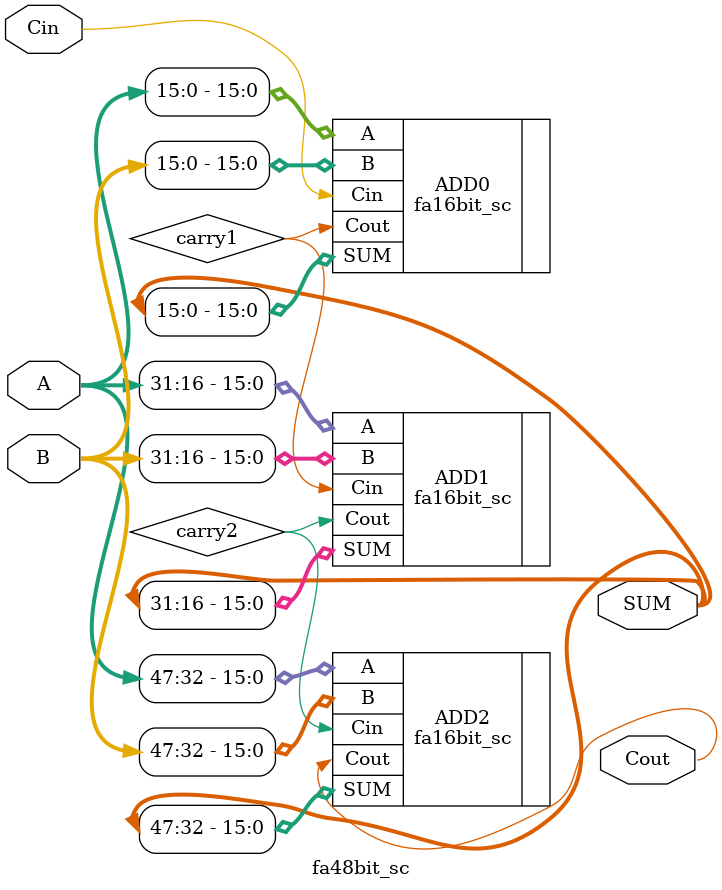
<source format=v>
`timescale 1ns / 1ps
module fa48bit_sc(
    input [47:0] A,      // 48-bit input A
    input [47:0] B,      // 48-bit input B
    input Cin,           // Carry-in
    output [47:0] SUM,   // 48-bit sum output
    output Cout          // Carry-out
);
    wire carry1, carry2; // Internal carry wires

    // Instantiate three 16-bit adders
    fa16bit_sc ADD0(
        .A(A[15:0]),
        .B(B[15:0]),
        .Cin(Cin),
        .SUM(SUM[15:0]),
        .Cout(carry1)
    );
    fa16bit_sc ADD1(
        .A(A[31:16]),
        .B(B[31:16]),
        .Cin(carry1),
        .SUM(SUM[31:16]),
        .Cout(carry2)
    );
    fa16bit_sc ADD2(
        .A(A[47:32]),
        .B(B[47:32]),
        .Cin(carry2),
        .SUM(SUM[47:32]),
        .Cout(Cout)
    );

endmodule
</source>
